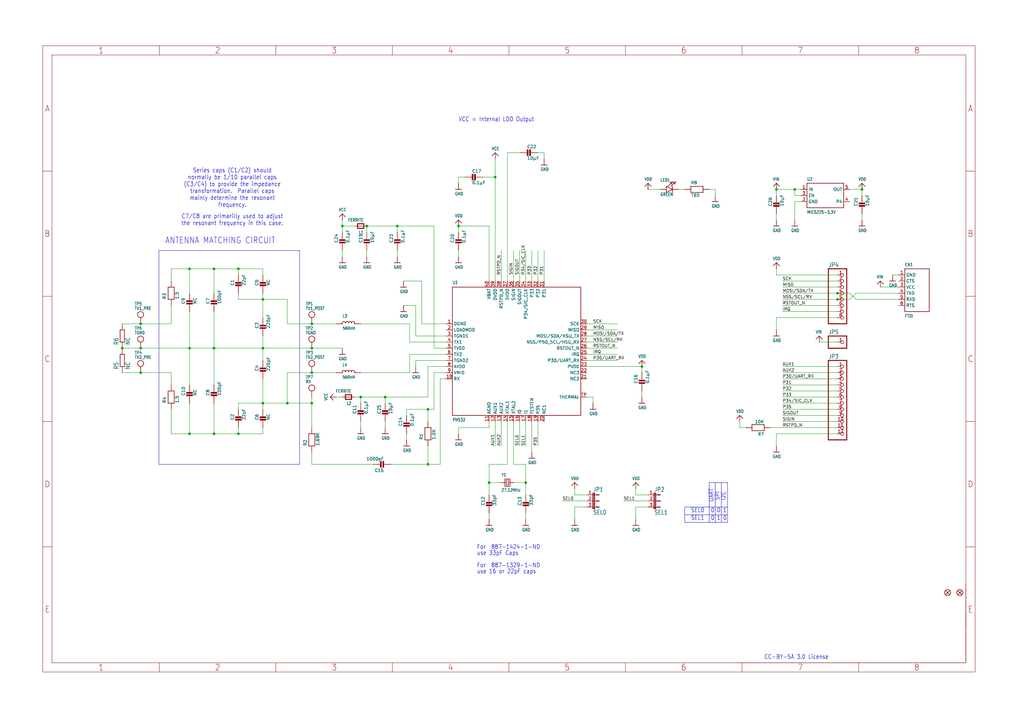
<source format=kicad_sch>
(kicad_sch (version 20230121) (generator eeschema)
  (paper "User" 425.45 298.602)
  (junction (at 330.2 78.74))
  (junction (at 218.44 200.66))
  (junction (at 149.86 165.1))
  (junction (at 99.06 180.34))
  (junction (at 78.74 111.76))
  (junction (at 177.8 170.18))
  (junction (at 129.54 134.62))
  (junction (at 160.02 165.1))
  (junction (at 58.42 144.78))
  (junction (at 152.4 93.98))
  (junction (at 88.9 144.78))
  (junction (at 203.2 200.66))
  (junction (at 165.1 93.98))
  (junction (at 99.06 111.76))
  (junction (at 129.54 167.64))
  (junction (at 322.58 78.74))
  (junction (at 109.22 124.46))
  (junction (at 358.14 78.74))
  (junction (at 50.8 144.78))
  (junction (at 129.54 144.78))
  (junction (at 119.38 167.64))
  (junction (at 142.24 93.98))
  (junction (at 78.74 180.34))
  (junction (at 58.42 134.62))
  (junction (at 266.7 152.4))
  (junction (at 190.5 93.98))
  (junction (at 129.54 154.94))
  (junction (at 177.8 193.04))
  (junction (at 78.74 144.78))
  (junction (at 347.98 124.46))
  (junction (at 205.74 73.66))
  (junction (at 88.9 180.34))
  (junction (at 109.22 167.64))
  (junction (at 109.22 144.78))
  (junction (at 58.42 154.94))
  (junction (at 88.9 111.76))
  (junction (at 347.98 121.92))
  (wire (pts (xy 353.06 78.74) (xy 358.14 78.74)) (stroke (width 0.1524)))
  (wire (pts (xy 78.74 167.64) (xy 78.74 180.34)) (stroke (width 0.1524)))
  (wire (pts (xy 190.5 73.66) (xy 190.5 76.2)) (stroke (width 0.1524)))
  (wire (pts (xy 218.44 193.04) (xy 218.44 200.66)) (stroke (width 0.1524)))
  (wire (pts (xy 203.2 175.26) (xy 203.2 177.8)) (stroke (width 0.1524)))
  (wire (pts (xy 322.58 132.08) (xy 322.58 137.16)) (stroke (width 0.1524)))
  (polyline (pts (xy 66.04 193.04) (xy 66.04 104.14)) (stroke (width 0.1524) (type solid)))
  (wire (pts (xy 119.38 134.62) (xy 129.54 134.62)) (stroke (width 0.1524)))
  (wire (pts (xy 205.74 175.26) (xy 205.74 185.42)) (stroke (width 0.1524)))
  (wire (pts (xy 190.5 104.14) (xy 190.5 106.68)) (stroke (width 0.1524)))
  (wire (pts (xy 238.76 205.74) (xy 238.76 203.2)) (stroke (width 0.1524)))
  (wire (pts (xy 165.1 96.52) (xy 165.1 93.98)) (stroke (width 0.1524)))
  (wire (pts (xy 185.42 152.4) (xy 177.8 152.4)) (stroke (width 0.1524)))
  (wire (pts (xy 88.9 111.76) (xy 88.9 121.92)) (stroke (width 0.1524)))
  (polyline (pts (xy 284.48 213.995) (xy 302.26 213.995)) (stroke (width 0.1524) (type solid)))
  (polyline (pts (xy 297.18 200.66) (xy 297.18 217.17)) (stroke (width 0.1524) (type solid)))
  (wire (pts (xy 109.22 177.8) (xy 109.22 180.34)) (stroke (width 0.1524)))
  (wire (pts (xy 185.42 134.62) (xy 175.26 134.62)) (stroke (width 0.1524)))
  (wire (pts (xy 149.86 175.26) (xy 149.86 177.8)) (stroke (width 0.1524)))
  (wire (pts (xy 330.2 81.28) (xy 330.2 78.74)) (stroke (width 0.1524)))
  (wire (pts (xy 347.98 180.34) (xy 322.58 180.34)) (stroke (width 0.1524)))
  (wire (pts (xy 322.58 114.3) (xy 347.98 114.3)) (stroke (width 0.1524)))
  (wire (pts (xy 243.84 152.4) (xy 266.7 152.4)) (stroke (width 0.1524)))
  (wire (pts (xy 322.58 180.34) (xy 322.58 185.42)) (stroke (width 0.1524)))
  (wire (pts (xy 355.6 124.46) (xy 353.06 121.92)) (stroke (width 0.1524)))
  (wire (pts (xy 220.98 175.26) (xy 220.98 187.96)) (stroke (width 0.1524)))
  (wire (pts (xy 129.54 167.64) (xy 119.38 167.64)) (stroke (width 0.1524)))
  (wire (pts (xy 213.36 116.84) (xy 213.36 104.14)) (stroke (width 0.1524)))
  (polyline (pts (xy 299.72 200.66) (xy 297.18 200.66)) (stroke (width 0.1524) (type solid)))
  (wire (pts (xy 170.18 154.94) (xy 170.18 147.32)) (stroke (width 0.1524)))
  (wire (pts (xy 172.72 149.86) (xy 172.72 152.4)) (stroke (width 0.1524)))
  (wire (pts (xy 185.42 144.78) (xy 180.34 144.78)) (stroke (width 0.1524)))
  (polyline (pts (xy 299.72 217.17) (xy 302.26 217.17)) (stroke (width 0.1524) (type solid)))
  (wire (pts (xy 193.04 73.66) (xy 190.5 73.66)) (stroke (width 0.1524)))
  (wire (pts (xy 182.88 193.04) (xy 177.8 193.04)) (stroke (width 0.1524)))
  (wire (pts (xy 373.38 121.92) (xy 355.6 121.92)) (stroke (width 0.1524)))
  (polyline (pts (xy 124.46 193.04) (xy 66.04 193.04)) (stroke (width 0.1524) (type solid)))
  (wire (pts (xy 165.1 106.68) (xy 165.1 104.14)) (stroke (width 0.1524)))
  (wire (pts (xy 347.98 119.38) (xy 325.12 119.38)) (stroke (width 0.1524)))
  (wire (pts (xy 170.18 147.32) (xy 185.42 147.32)) (stroke (width 0.1524)))
  (wire (pts (xy 269.24 210.82) (xy 264.16 210.82)) (stroke (width 0.1524)))
  (wire (pts (xy 264.16 205.74) (xy 264.16 203.2)) (stroke (width 0.1524)))
  (wire (pts (xy 160.02 165.1) (xy 149.86 165.1)) (stroke (width 0.1524)))
  (wire (pts (xy 353.06 124.46) (xy 347.98 124.46)) (stroke (width 0.1524)))
  (wire (pts (xy 149.86 165.1) (xy 149.86 167.64)) (stroke (width 0.1524)))
  (wire (pts (xy 243.84 165.1) (xy 246.38 165.1)) (stroke (width 0.1524)))
  (wire (pts (xy 78.74 129.54) (xy 78.74 144.78)) (stroke (width 0.1524)))
  (wire (pts (xy 99.06 111.76) (xy 99.06 114.3)) (stroke (width 0.1524)))
  (wire (pts (xy 71.12 134.62) (xy 71.12 127)) (stroke (width 0.1524)))
  (wire (pts (xy 203.2 177.8) (xy 190.5 177.8)) (stroke (width 0.1524)))
  (wire (pts (xy 358.14 88.9) (xy 358.14 91.44)) (stroke (width 0.1524)))
  (wire (pts (xy 347.98 175.26) (xy 325.12 175.26)) (stroke (width 0.1524)))
  (wire (pts (xy 99.06 180.34) (xy 99.06 177.8)) (stroke (width 0.1524)))
  (wire (pts (xy 355.6 121.92) (xy 353.06 124.46)) (stroke (width 0.1524)))
  (wire (pts (xy 58.42 144.78) (xy 78.74 144.78)) (stroke (width 0.1524)))
  (polyline (pts (xy 302.26 213.995) (xy 302.26 217.17)) (stroke (width 0.1524) (type solid)))
  (wire (pts (xy 203.2 205.74) (xy 203.2 200.66)) (stroke (width 0.1524)))
  (polyline (pts (xy 294.64 217.17) (xy 297.18 217.17)) (stroke (width 0.1524) (type solid)))
  (wire (pts (xy 99.06 170.18) (xy 99.06 167.64)) (stroke (width 0.1524)))
  (wire (pts (xy 129.54 193.04) (xy 129.54 187.96)) (stroke (width 0.1524)))
  (wire (pts (xy 347.98 127) (xy 325.12 127)) (stroke (width 0.1524)))
  (wire (pts (xy 99.06 111.76) (xy 88.9 111.76)) (stroke (width 0.1524)))
  (polyline (pts (xy 284.48 210.82) (xy 284.48 213.995)) (stroke (width 0.1524) (type solid)))
  (wire (pts (xy 71.12 116.84) (xy 71.12 111.76)) (stroke (width 0.1524)))
  (wire (pts (xy 147.32 165.1) (xy 149.86 165.1)) (stroke (width 0.1524)))
  (wire (pts (xy 109.22 124.46) (xy 119.38 124.46)) (stroke (width 0.1524)))
  (wire (pts (xy 177.8 170.18) (xy 168.91 170.18)) (stroke (width 0.1524)))
  (wire (pts (xy 243.84 137.16) (xy 256.54 137.16)) (stroke (width 0.1524)))
  (wire (pts (xy 149.86 134.62) (xy 170.18 134.62)) (stroke (width 0.1524)))
  (wire (pts (xy 213.36 193.04) (xy 218.44 193.04)) (stroke (width 0.1524)))
  (wire (pts (xy 347.98 152.4) (xy 325.12 152.4)) (stroke (width 0.1524)))
  (wire (pts (xy 99.06 124.46) (xy 99.06 121.92)) (stroke (width 0.1524)))
  (wire (pts (xy 218.44 213.36) (xy 218.44 215.9)) (stroke (width 0.1524)))
  (wire (pts (xy 347.98 129.54) (xy 325.12 129.54)) (stroke (width 0.1524)))
  (wire (pts (xy 200.66 73.66) (xy 205.74 73.66)) (stroke (width 0.1524)))
  (wire (pts (xy 243.84 142.24) (xy 256.54 142.24)) (stroke (width 0.1524)))
  (wire (pts (xy 129.54 144.78) (xy 142.24 144.78)) (stroke (width 0.1524)))
  (wire (pts (xy 78.74 111.76) (xy 71.12 111.76)) (stroke (width 0.1524)))
  (wire (pts (xy 264.16 210.82) (xy 264.16 215.9)) (stroke (width 0.1524)))
  (wire (pts (xy 210.82 116.84) (xy 210.82 63.5)) (stroke (width 0.1524)))
  (polyline (pts (xy 284.48 213.995) (xy 284.48 217.17)) (stroke (width 0.1524) (type solid)))
  (wire (pts (xy 347.98 157.48) (xy 325.12 157.48)) (stroke (width 0.1524)))
  (wire (pts (xy 154.94 193.04) (xy 129.54 193.04)) (stroke (width 0.1524)))
  (polyline (pts (xy 299.72 200.66) (xy 299.72 217.17)) (stroke (width 0.1524) (type solid)))
  (wire (pts (xy 129.54 154.94) (xy 139.7 154.94)) (stroke (width 0.1524)))
  (wire (pts (xy 160.02 177.8) (xy 160.02 175.26)) (stroke (width 0.1524)))
  (wire (pts (xy 109.22 149.86) (xy 109.22 144.78)) (stroke (width 0.1524)))
  (wire (pts (xy 109.22 124.46) (xy 109.22 132.08)) (stroke (width 0.1524)))
  (wire (pts (xy 142.24 93.98) (xy 142.24 96.52)) (stroke (width 0.1524)))
  (wire (pts (xy 152.4 104.14) (xy 152.4 106.68)) (stroke (width 0.1524)))
  (wire (pts (xy 190.5 177.8) (xy 190.5 180.34)) (stroke (width 0.1524)))
  (wire (pts (xy 243.84 139.7) (xy 256.54 139.7)) (stroke (width 0.1524)))
  (wire (pts (xy 190.5 93.98) (xy 190.5 96.52)) (stroke (width 0.1524)))
  (wire (pts (xy 58.42 154.94) (xy 71.12 154.94)) (stroke (width 0.1524)))
  (wire (pts (xy 109.22 157.48) (xy 109.22 167.64)) (stroke (width 0.1524)))
  (wire (pts (xy 58.42 134.62) (xy 50.8 134.62)) (stroke (width 0.1524)))
  (wire (pts (xy 109.22 111.76) (xy 99.06 111.76)) (stroke (width 0.1524)))
  (wire (pts (xy 205.74 73.66) (xy 205.74 66.04)) (stroke (width 0.1524)))
  (wire (pts (xy 215.9 175.26) (xy 215.9 185.42)) (stroke (width 0.1524)))
  (polyline (pts (xy 297.18 200.66) (xy 294.64 200.66)) (stroke (width 0.1524) (type solid)))
  (wire (pts (xy 347.98 142.24) (xy 340.36 142.24)) (stroke (width 0.1524)))
  (wire (pts (xy 208.28 175.26) (xy 208.28 185.42)) (stroke (width 0.1524)))
  (wire (pts (xy 88.9 144.78) (xy 109.22 144.78)) (stroke (width 0.1524)))
  (wire (pts (xy 109.22 114.3) (xy 109.22 111.76)) (stroke (width 0.1524)))
  (wire (pts (xy 347.98 162.56) (xy 325.12 162.56)) (stroke (width 0.1524)))
  (wire (pts (xy 266.7 162.56) (xy 266.7 165.1)) (stroke (width 0.1524)))
  (wire (pts (xy 71.12 160.02) (xy 71.12 154.94)) (stroke (width 0.1524)))
  (wire (pts (xy 71.12 180.34) (xy 71.12 170.18)) (stroke (width 0.1524)))
  (wire (pts (xy 220.98 116.84) (xy 220.98 104.14)) (stroke (width 0.1524)))
  (wire (pts (xy 353.06 121.92) (xy 347.98 121.92)) (stroke (width 0.1524)))
  (wire (pts (xy 99.06 167.64) (xy 109.22 167.64)) (stroke (width 0.1524)))
  (wire (pts (xy 294.64 78.74) (xy 297.18 78.74)) (stroke (width 0.1524)))
  (wire (pts (xy 332.74 78.74) (xy 330.2 78.74)) (stroke (width 0.1524)))
  (wire (pts (xy 88.9 167.64) (xy 88.9 180.34)) (stroke (width 0.1524)))
  (wire (pts (xy 88.9 111.76) (xy 78.74 111.76)) (stroke (width 0.1524)))
  (wire (pts (xy 266.7 152.4) (xy 266.7 154.94)) (stroke (width 0.1524)))
  (wire (pts (xy 213.36 175.26) (xy 213.36 193.04)) (stroke (width 0.1524)))
  (wire (pts (xy 78.74 180.34) (xy 88.9 180.34)) (stroke (width 0.1524)))
  (polyline (pts (xy 302.26 200.66) (xy 302.26 210.82)) (stroke (width 0.1524) (type solid)))
  (wire (pts (xy 119.38 154.94) (xy 129.54 154.94)) (stroke (width 0.1524)))
  (wire (pts (xy 119.38 124.46) (xy 119.38 134.62)) (stroke (width 0.1524)))
  (wire (pts (xy 210.82 175.26) (xy 210.82 193.04)) (stroke (width 0.1524)))
  (wire (pts (xy 139.7 165.1) (xy 142.24 165.1)) (stroke (width 0.1524)))
  (wire (pts (xy 243.84 205.74) (xy 238.76 205.74)) (stroke (width 0.1524)))
  (wire (pts (xy 177.8 165.1) (xy 160.02 165.1)) (stroke (width 0.1524)))
  (wire (pts (xy 109.22 167.64) (xy 119.38 167.64)) (stroke (width 0.1524)))
  (wire (pts (xy 142.24 91.44) (xy 142.24 93.98)) (stroke (width 0.1524)))
  (wire (pts (xy 223.52 175.26) (xy 223.52 185.42)) (stroke (width 0.1524)))
  (wire (pts (xy 88.9 129.54) (xy 88.9 144.78)) (stroke (width 0.1524)))
  (wire (pts (xy 71.12 134.62) (xy 58.42 134.62)) (stroke (width 0.1524)))
  (wire (pts (xy 50.8 144.78) (xy 58.42 144.78)) (stroke (width 0.1524)))
  (wire (pts (xy 347.98 132.08) (xy 322.58 132.08)) (stroke (width 0.1524)))
  (wire (pts (xy 180.34 154.94) (xy 180.34 170.18)) (stroke (width 0.1524)))
  (wire (pts (xy 309.88 177.8) (xy 307.34 177.8)) (stroke (width 0.1524)))
  (wire (pts (xy 180.34 170.18) (xy 177.8 170.18)) (stroke (width 0.1524)))
  (wire (pts (xy 175.26 116.84) (xy 167.64 116.84)) (stroke (width 0.1524)))
  (polyline (pts (xy 284.48 210.82) (xy 302.26 210.82)) (stroke (width 0.1524) (type solid)))
  (wire (pts (xy 170.18 142.24) (xy 185.42 142.24)) (stroke (width 0.1524)))
  (wire (pts (xy 347.98 154.94) (xy 325.12 154.94)) (stroke (width 0.1524)))
  (wire (pts (xy 175.26 134.62) (xy 175.26 116.84)) (stroke (width 0.1524)))
  (polyline (pts (xy 284.48 217.17) (xy 294.64 217.17)) (stroke (width 0.1524) (type solid)))
  (wire (pts (xy 347.98 172.72) (xy 325.12 172.72)) (stroke (width 0.1524)))
  (wire (pts (xy 332.74 83.82) (xy 330.2 83.82)) (stroke (width 0.1524)))
  (wire (pts (xy 243.84 149.86) (xy 256.54 149.86)) (stroke (width 0.1524)))
  (wire (pts (xy 185.42 149.86) (xy 172.72 149.86)) (stroke (width 0.1524)))
  (wire (pts (xy 330.2 78.74) (xy 322.58 78.74)) (stroke (width 0.1524)))
  (wire (pts (xy 109.22 167.64) (xy 109.22 170.18)) (stroke (width 0.1524)))
  (wire (pts (xy 269.24 78.74) (xy 274.32 78.74)) (stroke (width 0.1524)))
  (wire (pts (xy 177.8 185.42) (xy 177.8 193.04)) (stroke (width 0.1524)))
  (wire (pts (xy 142.24 106.68) (xy 142.24 104.14)) (stroke (width 0.1524)))
  (wire (pts (xy 330.2 83.82) (xy 330.2 91.44)) (stroke (width 0.1524)))
  (wire (pts (xy 147.32 93.98) (xy 142.24 93.98)) (stroke (width 0.1524)))
  (wire (pts (xy 182.88 157.48) (xy 182.88 193.04)) (stroke (width 0.1524)))
  (wire (pts (xy 203.2 213.36) (xy 203.2 215.9)) (stroke (width 0.1524)))
  (wire (pts (xy 347.98 165.1) (xy 325.12 165.1)) (stroke (width 0.1524)))
  (wire (pts (xy 109.22 121.92) (xy 109.22 124.46)) (stroke (width 0.1524)))
  (wire (pts (xy 322.58 114.3) (xy 322.58 111.76)) (stroke (width 0.1524)))
  (wire (pts (xy 172.72 127) (xy 167.64 127)) (stroke (width 0.1524)))
  (wire (pts (xy 88.9 180.34) (xy 99.06 180.34)) (stroke (width 0.1524)))
  (wire (pts (xy 203.2 93.98) (xy 190.5 93.98)) (stroke (width 0.1524)))
  (wire (pts (xy 246.38 165.1) (xy 246.38 167.64)) (stroke (width 0.1524)))
  (wire (pts (xy 180.34 93.98) (xy 165.1 93.98)) (stroke (width 0.1524)))
  (wire (pts (xy 238.76 210.82) (xy 238.76 215.9)) (stroke (width 0.1524)))
  (wire (pts (xy 243.84 134.62) (xy 256.54 134.62)) (stroke (width 0.1524)))
  (wire (pts (xy 347.98 121.92) (xy 325.12 121.92)) (stroke (width 0.1524)))
  (wire (pts (xy 322.58 88.9) (xy 322.58 91.44)) (stroke (width 0.1524)))
  (wire (pts (xy 129.54 177.8) (xy 129.54 167.64)) (stroke (width 0.1524)))
  (wire (pts (xy 177.8 193.04) (xy 162.56 193.04)) (stroke (width 0.1524)))
  (wire (pts (xy 226.06 116.84) (xy 226.06 104.14)) (stroke (width 0.1524)))
  (wire (pts (xy 88.9 160.02) (xy 88.9 144.78)) (stroke (width 0.1524)))
  (wire (pts (xy 347.98 167.64) (xy 325.12 167.64)) (stroke (width 0.1524)))
  (wire (pts (xy 210.82 193.04) (xy 203.2 193.04)) (stroke (width 0.1524)))
  (wire (pts (xy 168.91 180.34) (xy 168.91 182.88)) (stroke (width 0.1524)))
  (wire (pts (xy 269.24 208.28) (xy 259.08 208.28)) (stroke (width 0.1524)))
  (wire (pts (xy 347.98 177.8) (xy 320.04 177.8)) (stroke (width 0.1524)))
  (wire (pts (xy 180.34 144.78) (xy 180.34 93.98)) (stroke (width 0.1524)))
  (wire (pts (xy 149.86 154.94) (xy 170.18 154.94)) (stroke (width 0.1524)))
  (wire (pts (xy 109.22 124.46) (xy 99.06 124.46)) (stroke (width 0.1524)))
  (wire (pts (xy 373.38 119.38) (xy 365.76 119.38)) (stroke (width 0.1524)))
  (wire (pts (xy 223.52 116.84) (xy 223.52 104.14)) (stroke (width 0.1524)))
  (polyline (pts (xy 294.64 200.66) (xy 294.64 217.17)) (stroke (width 0.1524) (type solid)))
  (wire (pts (xy 213.36 200.66) (xy 218.44 200.66)) (stroke (width 0.1524)))
  (wire (pts (xy 347.98 170.18) (xy 325.12 170.18)) (stroke (width 0.1524)))
  (wire (pts (xy 119.38 167.64) (xy 119.38 154.94)) (stroke (width 0.1524)))
  (polyline (pts (xy 124.46 104.14) (xy 124.46 193.04)) (stroke (width 0.1524) (type solid)))
  (wire (pts (xy 78.74 144.78) (xy 88.9 144.78)) (stroke (width 0.1524)))
  (wire (pts (xy 172.72 139.7) (xy 172.72 127)) (stroke (width 0.1524)))
  (wire (pts (xy 71.12 180.34) (xy 78.74 180.34)) (stroke (width 0.1524)))
  (wire (pts (xy 177.8 170.18) (xy 177.8 175.26)) (stroke (width 0.1524)))
  (polyline (pts (xy 297.18 217.17) (xy 299.72 217.17)) (stroke (width 0.1524) (type solid)))
  (wire (pts (xy 210.82 63.5) (xy 215.9 63.5)) (stroke (width 0.1524)))
  (wire (pts (xy 78.74 111.76) (xy 78.74 121.92)) (stroke (width 0.1524)))
  (wire (pts (xy 109.22 144.78) (xy 129.54 144.78)) (stroke (width 0.1524)))
  (wire (pts (xy 307.34 177.8) (xy 307.34 175.26)) (stroke (width 0.1524)))
  (wire (pts (xy 347.98 116.84) (xy 325.12 116.84)) (stroke (width 0.1524)))
  (wire (pts (xy 208.28 116.84) (xy 208.28 104.14)) (stroke (width 0.1524)))
  (wire (pts (xy 243.84 144.78) (xy 256.54 144.78)) (stroke (width 0.1524)))
  (wire (pts (xy 109.22 139.7) (xy 109.22 144.78)) (stroke (width 0.1524)))
  (wire (pts (xy 165.1 93.98) (xy 152.4 93.98)) (stroke (width 0.1524)))
  (wire (pts (xy 218.44 175.26) (xy 218.44 185.42)) (stroke (width 0.1524)))
  (wire (pts (xy 269.24 205.74) (xy 264.16 205.74)) (stroke (width 0.1524)))
  (wire (pts (xy 203.2 200.66) (xy 208.28 200.66)) (stroke (width 0.1524)))
  (wire (pts (xy 185.42 157.48) (xy 182.88 157.48)) (stroke (width 0.1524)))
  (wire (pts (xy 243.84 210.82) (xy 238.76 210.82)) (stroke (width 0.1524)))
  (wire (pts (xy 226.06 63.5) (xy 226.06 66.04)) (stroke (width 0.1524)))
  (wire (pts (xy 185.42 154.94) (xy 180.34 154.94)) (stroke (width 0.1524)))
  (wire (pts (xy 168.91 170.18) (xy 168.91 172.72)) (stroke (width 0.1524)))
  (wire (pts (xy 218.44 116.84) (xy 218.44 104.14)) (stroke (width 0.1524)))
  (wire (pts (xy 332.74 81.28) (xy 330.2 81.28)) (stroke (width 0.1524)))
  (polyline (pts (xy 302.26 210.82) (xy 302.26 213.995)) (stroke (width 0.1524) (type solid)))
  (wire (pts (xy 203.2 193.04) (xy 203.2 200.66)) (stroke (width 0.1524)))
  (wire (pts (xy 218.44 200.66) (xy 218.44 205.74)) (stroke (width 0.1524)))
  (wire (pts (xy 322.58 78.74) (xy 322.58 81.28)) (stroke (width 0.1524)))
  (wire (pts (xy 99.06 180.34) (xy 109.22 180.34)) (stroke (width 0.1524)))
  (wire (pts (xy 297.18 78.74) (xy 297.18 81.28)) (stroke (width 0.1524)))
  (wire (pts (xy 78.74 160.02) (xy 78.74 144.78)) (stroke (width 0.1524)))
  (wire (pts (xy 215.9 116.84) (xy 215.9 104.14)) (stroke (width 0.1524)))
  (wire (pts (xy 129.54 134.62) (xy 139.7 134.62)) (stroke (width 0.1524)))
  (wire (pts (xy 358.14 81.28) (xy 358.14 78.74)) (stroke (width 0.1524)))
  (wire (pts (xy 223.52 63.5) (xy 226.06 63.5)) (stroke (width 0.1524)))
  (wire (pts (xy 373.38 114.3) (xy 370.84 114.3)) (stroke (width 0.1524)))
  (wire (pts (xy 50.8 154.94) (xy 58.42 154.94)) (stroke (width 0.1524)))
  (wire (pts (xy 170.18 134.62) (xy 170.18 142.24)) (stroke (width 0.1524)))
  (wire (pts (xy 160.02 165.1) (xy 160.02 167.64)) (stroke (width 0.1524)))
  (wire (pts (xy 203.2 116.84) (xy 203.2 93.98)) (stroke (width 0.1524)))
  (wire (pts (xy 185.42 139.7) (xy 172.72 139.7)) (stroke (width 0.1524)))
  (wire (pts (xy 347.98 160.02) (xy 325.12 160.02)) (stroke (width 0.1524)))
  (polyline (pts (xy 66.04 104.14) (xy 124.46 104.14)) (stroke (width 0.1524) (type solid)))
  (wire (pts (xy 243.84 147.32) (xy 256.54 147.32)) (stroke (width 0.1524)))
  (wire (pts (xy 347.98 124.46) (xy 325.12 124.46)) (stroke (width 0.1524)))
  (polyline (pts (xy 302.26 200.66) (xy 299.72 200.66)) (stroke (width 0.1524) (type solid)))
  (wire (pts (xy 152.4 96.52) (xy 152.4 93.98)) (stroke (width 0.1524)))
  (wire (pts (xy 281.94 78.74) (xy 284.48 78.74)) (stroke (width 0.1524)))
  (wire (pts (xy 177.8 152.4) (xy 177.8 165.1)) (stroke (width 0.1524)))
  (wire (pts (xy 243.84 208.28) (xy 233.68 208.28)) (stroke (width 0.1524)))
  (wire (pts (xy 129.54 167.64) (xy 129.54 165.1)) (stroke (width 0.1524)))
  (wire (pts (xy 373.38 124.46) (xy 355.6 124.46)) (stroke (width 0.1524)))
  (wire (pts (xy 205.74 116.84) (xy 205.74 73.66)) (stroke (width 0.1524)))
  (text "0" (at 300.355 216.535 0) (effects (font (size 1.778 1.5113)) (justify left bottom)))
  (text "For  887-1424-1-ND" (at 198.12 228.6 0) (effects (font (size 1.778 1.5113)) (justify left bottom)))
  (text "ANTENNA MATCHING CIRCUIT" (at 68.58 101.6 0) (effects (font (size 2.54 2.159)) (justify left bottom)))
  (text "For  887-1329-1-ND" (at 198.12 236.22 0) (effects (font (size 1.778 1.5113)) (justify left bottom)))
  (text "I2C" (at 301.625 208.28 90) (effects (font (size 1.778 1.5113)) (justify left bottom)))
  (text "Series caps (C1/C2) should\nnormally be 1/10 parallel caps\n(C3/C4) to provide the impedance\ntransformation.  Parallel caps\nmainly determine the resonant\nfrequency." (at 96.52 86.36 0) (effects (font (size 1.778 1.5113)) (justify bottom)))
  (text "0" (at 295.275 213.36 0) (effects (font (size 1.778 1.5113)) (justify left bottom)))
  (text "0" (at 297.815 213.36 0) (effects (font (size 1.778 1.5113)) (justify left bottom)))
  (text "VCC = Internal LDO Output" (at 190.5 50.8 0) (effects (font (size 1.778 1.5113)) (justify left bottom)))
  (text "SEL0" (at 287.02 213.36 0) (effects (font (size 1.778 1.5113)) (justify left bottom)))
  (text "1" (at 297.815 216.535 0) (effects (font (size 1.778 1.5113)) (justify left bottom)))
  (text "CC-BY-SA 3.0 License" (at 317.5 274.32 0) (effects (font (size 1.778 1.5113)) (justify left bottom)))
  (text "SPI" (at 299.085 208.28 90) (effects (font (size 1.778 1.5113)) (justify left bottom)))
  (text "use 16 or 22pF caps" (at 198.12 238.76 0) (effects (font (size 1.778 1.5113)) (justify left bottom)))
  (text "1" (at 300.355 213.36 0) (effects (font (size 1.778 1.5113)) (justify left bottom)))
  (text "0" (at 295.275 216.535 0) (effects (font (size 1.778 1.5113)) (justify left bottom)))
  (text "use 33pF Caps" (at 198.12 231.14 0) (effects (font (size 1.778 1.5113)) (justify left bottom)))
  (text "C7/C8 are primarilly used to adjust\nthe resonant frequency in this case." (at 96.52 93.98 0) (effects (font (size 1.778 1.5113)) (justify bottom)))
  (text "SEL1" (at 287.02 216.535 0) (effects (font (size 1.778 1.5113)) (justify left bottom)))
  (text "UART" (at 296.545 208.915 90) (effects (font (size 1.778 1.5113)) (justify left bottom)))
  (label "MOSI/SDA/TX" (at 325.12 121.92 0) (effects (font (size 1.2446 1.2446))))
  (label "P30/UART_RX" (at 325.12 157.48 0) (effects (font (size 1.2446 1.2446))))
  (label "SEL0" (at 215.9 185.42 90) (effects (font (size 1.2446 1.2446))))
  (label "AUX1" (at 205.74 185.42 90) (effects (font (size 1.2446 1.2446))))
  (label "P32" (at 223.52 114.3 90) (effects (font (size 1.2446 1.2446))))
  (label "P35" (at 223.52 185.42 90) (effects (font (size 1.2446 1.2446))))
  (label "MISO" (at 246.38 137.16 0) (effects (font (size 1.2446 1.2446))))
  (label "AUX2" (at 208.28 185.42 90) (effects (font (size 1.2446 1.2446))))
  (label "SCK" (at 246.38 134.62 0) (effects (font (size 1.2446 1.2446))))
  (label "MOSI/SDA/TX" (at 246.38 139.7 0) (effects (font (size 1.2446 1.2446))))
  (label "SIGIN" (at 213.36 114.3 90) (effects (font (size 1.2446 1.2446))))
  (label "P34/SIC_CLK" (at 325.12 167.64 0) (effects (font (size 1.2446 1.2446))))
  (label "AUX1" (at 325.12 152.4 0) (effects (font (size 1.2446 1.2446))))
  (label "MISO" (at 325.12 119.38 0) (effects (font (size 1.2446 1.2446))))
  (label "SIGIN" (at 325.12 175.26 0) (effects (font (size 1.2446 1.2446))))
  (label "RSTOUT_N" (at 246.38 144.78 0) (effects (font (size 1.2446 1.2446))))
  (label "NSS/SCL/RX" (at 246.38 142.24 0) (effects (font (size 1.2446 1.2446))))
  (label "SEL0" (at 233.68 208.28 0) (effects (font (size 1.2446 1.2446))))
  (label "RSTPD_N" (at 208.28 114.3 90) (effects (font (size 1.2446 1.2446))))
  (label "P30/UART_RX" (at 246.38 149.86 0) (effects (font (size 1.2446 1.2446))))
  (label "P35" (at 325.12 170.18 0) (effects (font (size 1.2446 1.2446))))
  (label "P33" (at 325.12 165.1 0) (effects (font (size 1.2446 1.2446))))
  (label "P34/SIC_CLK" (at 218.44 114.3 90) (effects (font (size 1.2446 1.2446))))
  (label "P32" (at 325.12 162.56 0) (effects (font (size 1.2446 1.2446))))
  (label "SEL1" (at 259.08 208.28 0) (effects (font (size 1.2446 1.2446))))
  (label "SIGOUT" (at 215.9 114.3 90) (effects (font (size 1.2446 1.2446))))
  (label "RSTPD_N" (at 325.12 177.8 0) (effects (font (size 1.2446 1.2446))))
  (label "IRQ" (at 325.12 129.54 0) (effects (font (size 1.2446 1.2446))))
  (label "SEL1" (at 218.44 185.42 90) (effects (font (size 1.2446 1.2446))))
  (label "AUX2" (at 325.12 154.94 0) (effects (font (size 1.2446 1.2446))))
  (label "P33" (at 220.98 114.3 90) (effects (font (size 1.2446 1.2446))))
  (label "P31" (at 325.12 160.02 0) (effects (font (size 1.2446 1.2446))))
  (label "NSS/SCL/RX" (at 325.12 124.46 0) (effects (font (size 1.2446 1.2446))))
  (label "SIGOUT" (at 325.12 172.72 0) (effects (font (size 1.2446 1.2446))))
  (label "IRQ" (at 246.38 147.32 0) (effects (font (size 1.2446 1.2446))))
  (label "RSTOUT_N" (at 325.12 127 0) (effects (font (size 1.2446 1.2446))))
  (label "P31" (at 226.06 114.3 90) (effects (font (size 1.2446 1.2446))))
  (label "SCK" (at 325.12 116.84 0) (effects (font (size 1.2446 1.2446))))
  (symbol (lib_id "working-eagle-import:CAP_CERAMIC0805-NOOUTLINE") (at 358.14 86.36 0) (unit 1)
    (property "Reference" "C21" (at 356.35 85.82 90) (effects (justify left bottom)))
    (property "Value" "10µF" (at 361.14 85.82 90) (effects (justify left bottom)))
    (property "Footprint" "working:0805-NO" (effects hide))
  )
  (symbol (lib_id "working-eagle-import:RESISTOR0805_NOOUTLINE") (at 71.12 165.1 90) (unit 1)
    (property "Reference" "R4" (at 69.088 167.64 0) (effects (justify left bottom)))
    (property "Value" "1.5" (at 74.295 167.64 0) (effects (justify left bottom)))
    (property "Footprint" "working:0805-NO" (effects hide))
  )
  (symbol (lib_id "working-eagle-import:TESTPOINTROUND1MM") (at 58.42 154.94 0) (unit 1)
    (property "Reference" "TP4" (at 55.88 147.32 0) (effects (font (size 1.27 1.0795)) (justify left bottom)))
    (property "Value" "TX2_PRE" (at 55.88 149.225 0) (effects (font (size 1.27 1.0795)) (justify left bottom)))
    (property "Footprint" "working:TESTPOINT_ROUND_1MM" (effects hide))
  )
  (symbol (lib_id "working-eagle-import:GND") (at 266.7 167.64 0) (unit 1)
    (property "Reference" "#U$20" (effects hide))
    (property "Value" "GND" (at 265.176 170.18 0) (effects (font (size 1.27 1.0795)) (justify left bottom)))
  )
  (symbol (lib_id "working-eagle-import:GND") (at 165.1 109.22 0) (unit 1)
    (property "Reference" "#U$15" (effects hide))
    (property "Value" "GND" (at 163.576 111.76 0) (effects (font (size 1.27 1.0795)) (justify left bottom)))
  )
  (symbol (lib_id "working-eagle-import:CAP_CERAMIC0805-NOOUTLINE") (at 88.9 127 0) (unit 1)
    (property "Reference" "C7" (at 87.11 126.46 90) (effects (justify left bottom)))
    (property "Value" "100pF" (at 91.9 126.46 90) (effects (justify left bottom)))
    (property "Footprint" "working:0805-NO" (effects hide))
  )
  (symbol (lib_id "working-eagle-import:CAP_CERAMIC0805-NOOUTLINE") (at 152.4 101.6 0) (unit 1)
    (property "Reference" "C19" (at 150.61 101.06 90) (effects (justify left bottom)))
    (property "Value" "10µF" (at 155.4 101.06 90) (effects (justify left bottom)))
    (property "Footprint" "working:0805-NO" (effects hide))
  )
  (symbol (lib_id "working-eagle-import:VIN") (at 322.58 76.2 0) (unit 1)
    (property "Reference" "#U$41" (effects hide))
    (property "Value" "VIN" (at 321.056 75.184 0) (effects (font (size 1.27 1.0795)) (justify left bottom)))
  )
  (symbol (lib_id "working-eagle-import:RESISTOR0805_NOOUTLINE") (at 71.12 121.92 90) (unit 1)
    (property "Reference" "R3" (at 69.088 124.46 0) (effects (justify left bottom)))
    (property "Value" "1.5" (at 74.295 124.46 0) (effects (justify left bottom)))
    (property "Footprint" "working:0805-NO" (effects hide))
  )
  (symbol (lib_id "working-eagle-import:GND") (at 142.24 147.32 0) (unit 1)
    (property "Reference" "#U$2" (effects hide))
    (property "Value" "GND" (at 140.716 149.86 0) (effects (font (size 1.27 1.0795)) (justify left bottom)))
  )
  (symbol (lib_id "working-eagle-import:GND") (at 297.18 83.82 0) (unit 1)
    (property "Reference" "#U$27" (effects hide))
    (property "Value" "GND" (at 295.656 86.36 0) (effects (font (size 1.27 1.0795)) (justify left bottom)))
  )
  (symbol (lib_id "working-eagle-import:CAP_CERAMIC0805-NOOUTLINE") (at 203.2 210.82 0) (unit 1)
    (property "Reference" "C12" (at 201.41 210.28 90) (effects (justify left bottom)))
    (property "Value" "33pF" (at 206.2 210.28 90) (effects (justify left bottom)))
    (property "Footprint" "working:0805-NO" (effects hide))
  )
  (symbol (lib_id "working-eagle-import:TESTPOINTROUND1MM") (at 129.54 154.94 0) (unit 1)
    (property "Reference" "TP3" (at 127 147.32 0) (effects (font (size 1.27 1.0795)) (justify left bottom)))
    (property "Value" "TX2_POST" (at 127 149.225 0) (effects (font (size 1.27 1.0795)) (justify left bottom)))
    (property "Footprint" "working:TESTPOINT_ROUND_1MM" (effects hide))
  )
  (symbol (lib_id "working-eagle-import:CAP_CERAMIC0805-NOOUTLINE") (at 142.24 101.6 0) (unit 1)
    (property "Reference" "C24" (at 140.45 101.06 90) (effects (justify left bottom)))
    (property "Value" "0.1µF" (at 145.24 101.06 90) (effects (justify left bottom)))
    (property "Footprint" "working:0805-NO" (effects hide))
  )
  (symbol (lib_id "working-eagle-import:GND") (at 152.4 109.22 0) (unit 1)
    (property "Reference" "#U$28" (effects hide))
    (property "Value" "GND" (at 150.876 111.76 0) (effects (font (size 1.27 1.0795)) (justify left bottom)))
  )
  (symbol (lib_id "working-eagle-import:R-EU_R0201") (at 50.8 139.7 90) (unit 1)
    (property "Reference" "R6" (at 49.3014 143.51 0) (effects (font (size 1.778 1.5113)) (justify left bottom)))
    (property "Value" "NC" (at 54.102 143.51 0) (effects (font (size 1.778 1.5113)) (justify left bottom)))
    (property "Footprint" "working:R0201" (effects hide))
  )
  (symbol (lib_id "working-eagle-import:GND") (at 172.72 154.94 0) (unit 1)
    (property "Reference" "#U$8" (effects hide))
    (property "Value" "GND" (at 171.196 157.48 0) (effects (font (size 1.27 1.0795)) (justify left bottom)))
  )
  (symbol (lib_id "working-eagle-import:RESISTOR0805_NOOUTLINE") (at 177.8 180.34 90) (unit 1)
    (property "Reference" "R1" (at 175.768 182.88 0) (effects (justify left bottom)))
    (property "Value" "1.0K" (at 180.975 182.88 0) (effects (justify left bottom)))
    (property "Footprint" "working:0805-NO" (effects hide))
  )
  (symbol (lib_id "working-eagle-import:CAP_CERAMIC0805-NOOUTLINE") (at 160.02 172.72 0) (unit 1)
    (property "Reference" "C25" (at 158.23 172.18 90) (effects (justify left bottom)))
    (property "Value" "10µF" (at 163.02 172.18 90) (effects (justify left bottom)))
    (property "Footprint" "working:0805-NO" (effects hide))
  )
  (symbol (lib_id "working-eagle-import:CAP_CERAMIC0805-NOOUTLINE") (at 109.22 137.16 0) (unit 1)
    (property "Reference" "C3" (at 107.43 136.62 90) (effects (justify left bottom)))
    (property "Value" "220pF" (at 112.22 136.62 90) (effects (justify left bottom)))
    (property "Footprint" "working:0805-NO" (effects hide))
  )
  (symbol (lib_id "working-eagle-import:HEADER-1X1ROUND") (at 350.52 142.24 0) (unit 1)
    (property "Reference" "JP5" (at 344.17 139.065 0) (effects (font (size 1.778 1.5113)) (justify left bottom)))
    (property "Value" "HEADER-1X1ROUND" (effects hide))
    (property "Footprint" "working:1X01_ROUND" (effects hide))
  )
  (symbol (lib_id "working-eagle-import:FTDIUSBCABLE") (at 383.54 119.38 0) (unit 1)
    (property "Reference" "CN1" (at 375.92 110.744 0) (effects (font (size 1.27 1.0795)) (justify left bottom)))
    (property "Value" "FTDI" (at 375.92 132.08 0) (effects (font (size 1.27 1.0795)) (justify left bottom)))
    (property "Footprint" "working:1X06_ROUND" (effects hide))
  )
  (symbol (lib_id "working-eagle-import:FIDUCIAL1X2.5") (at 398.78 246.38 0) (unit 1)
    (property "Reference" "FID1" (effects hide))
    (property "Value" "FIDUCIAL1X2.5" (effects hide))
    (property "Footprint" "working:FIDUCIAL-1X2.5" (effects hide))
  )
  (symbol (lib_id "working-eagle-import:R-EU_R0201") (at 50.8 149.86 90) (unit 1)
    (property "Reference" "R5" (at 49.3014 153.67 0) (effects (font (size 1.778 1.5113)) (justify left bottom)))
    (property "Value" "NC" (at 54.102 153.67 0) (effects (font (size 1.778 1.5113)) (justify left bottom)))
    (property "Footprint" "working:R0201" (effects hide))
  )
  (symbol (lib_id "working-eagle-import:RESISTOR0805_NOOUTLINE") (at 129.54 182.88 90) (unit 1)
    (property "Reference" "R2" (at 127.508 185.42 0) (effects (justify left bottom)))
    (property "Value" "1.69K" (at 132.715 185.42 0) (effects (justify left bottom)))
    (property "Footprint" "working:0805-NO" (effects hide))
  )
  (symbol (lib_id "working-eagle-import:GND") (at 264.16 218.44 0) (unit 1)
    (property "Reference" "#U$24" (effects hide))
    (property "Value" "GND" (at 262.636 220.98 0) (effects (font (size 1.27 1.0795)) (justify left bottom)))
  )
  (symbol (lib_id "working-eagle-import:CAP_CERAMIC0805-NOOUTLINE") (at 109.22 154.94 0) (unit 1)
    (property "Reference" "C4" (at 107.43 154.4 90) (effects (justify left bottom)))
    (property "Value" "220pF" (at 112.22 154.4 90) (effects (justify left bottom)))
    (property "Footprint" "working:0805-NO" (effects hide))
  )
  (symbol (lib_id "working-eagle-import:VIN") (at 340.36 139.7 0) (unit 1)
    (property "Reference" "#U$49" (effects hide))
    (property "Value" "VIN" (at 338.836 138.684 0) (effects (font (size 1.27 1.0795)) (justify left bottom)))
  )
  (symbol (lib_id "working-eagle-import:CAP_CERAMIC0805-NOOUTLINE") (at 160.02 193.04 90) (unit 1)
    (property "Reference" "C15" (at 159.48 194.83 90) (effects (justify left bottom)))
    (property "Value" "1000pF" (at 159.48 190.04 90) (effects (justify left bottom)))
    (property "Footprint" "working:0805-NO" (effects hide))
  )
  (symbol (lib_id "working-eagle-import:GND") (at 218.44 218.44 0) (unit 1)
    (property "Reference" "#U$14" (effects hide))
    (property "Value" "GND" (at 216.916 220.98 0) (effects (font (size 1.27 1.0795)) (justify left bottom)))
  )
  (symbol (lib_id "working-eagle-import:GND") (at 168.91 185.42 0) (unit 1)
    (property "Reference" "#U$9" (effects hide))
    (property "Value" "GND" (at 167.386 187.96 0) (effects (font (size 1.27 1.0795)) (justify left bottom)))
  )
  (symbol (lib_id "working-eagle-import:GND") (at 370.84 116.84 0) (unit 1)
    (property "Reference" "#U$46" (effects hide))
    (property "Value" "GND" (at 369.316 119.38 0) (effects (font (size 1.27 1.0795)) (justify left bottom)))
  )
  (symbol (lib_id "working-eagle-import:GND") (at 330.2 93.98 0) (unit 1)
    (property "Reference" "#U$42" (effects hide))
    (property "Value" "GND" (at 328.676 96.52 0) (effects (font (size 1.27 1.0795)) (justify left bottom)))
  )
  (symbol (lib_id "working-eagle-import:VCC") (at 137.16 165.1 90) (unit 1)
    (property "Reference" "#P+3" (effects hide))
    (property "Value" "VCC" (at 136.144 166.624 0) (effects (font (size 1.27 1.0795)) (justify left bottom)))
  )
  (symbol (lib_id "working-eagle-import:CAP_CERAMIC0805-NOOUTLINE") (at 109.22 175.26 0) (unit 1)
    (property "Reference" "C6" (at 107.43 174.72 90) (effects (justify left bottom)))
    (property "Value" "NC" (at 112.22 174.72 90) (effects (justify left bottom)))
    (property "Footprint" "working:0805-NO" (effects hide))
  )
  (symbol (lib_id "working-eagle-import:CAP_CERAMIC0805-NOOUTLINE") (at 168.91 177.8 0) (unit 1)
    (property "Reference" "C14" (at 167.12 177.26 90) (effects (justify left bottom)))
    (property "Value" "0.1µF" (at 171.91 177.26 90) (effects (justify left bottom)))
    (property "Footprint" "working:0805-NO" (effects hide))
  )
  (symbol (lib_id "working-eagle-import:VDD") (at 322.58 109.22 0) (unit 1)
    (property "Reference" "#U$47" (effects hide))
    (property "Value" "VDD" (at 321.056 108.204 0) (effects (font (size 1.27 1.0795)) (justify left bottom)))
  )
  (symbol (lib_id "working-eagle-import:CAP_CERAMIC0805-NOOUTLINE") (at 322.58 86.36 0) (unit 1)
    (property "Reference" "C26" (at 320.79 85.82 90) (effects (justify left bottom)))
    (property "Value" "10µF" (at 325.58 85.82 90) (effects (justify left bottom)))
    (property "Footprint" "working:0805-NO" (effects hide))
  )
  (symbol (lib_id "working-eagle-import:GND") (at 238.76 218.44 0) (unit 1)
    (property "Reference" "#U$5" (effects hide))
    (property "Value" "GND" (at 237.236 220.98 0) (effects (font (size 1.27 1.0795)) (justify left bottom)))
  )
  (symbol (lib_id "working-eagle-import:CAP_CERAMIC0805-NOOUTLINE") (at 149.86 172.72 0) (unit 1)
    (property "Reference" "C11" (at 148.07 172.18 90) (effects (justify left bottom)))
    (property "Value" "0.1µF" (at 152.86 172.18 90) (effects (justify left bottom)))
    (property "Footprint" "working:0805-NO" (effects hide))
  )
  (symbol (lib_id "working-eagle-import:GND") (at 246.38 170.18 0) (unit 1)
    (property "Reference" "#U$18" (effects hide))
    (property "Value" "GND" (at 244.856 172.72 0) (effects (font (size 1.27 1.0795)) (justify left bottom)))
  )
  (symbol (lib_id "working-eagle-import:GND") (at 220.98 190.5 0) (unit 1)
    (property "Reference" "#U$17" (effects hide))
    (property "Value" "GND" (at 219.456 193.04 0) (effects (font (size 1.27 1.0795)) (justify left bottom)))
  )
  (symbol (lib_id "working-eagle-import:FRAME_A3") (at 17.78 279.4 0) (unit 1)
    (property "Reference" "#FRAME1" (effects hide))
    (property "Value" "FRAME_A3" (effects hide))
  )
  (symbol (lib_id "working-eagle-import:CAP_CERAMIC0805-NOOUTLINE") (at 109.22 119.38 0) (unit 1)
    (property "Reference" "C5" (at 107.43 118.84 90) (effects (justify left bottom)))
    (property "Value" "NC" (at 112.22 118.84 90) (effects (justify left bottom)))
    (property "Footprint" "working:0805-NO" (effects hide))
  )
  (symbol (lib_id "working-eagle-import:VDD") (at 238.76 200.66 0) (unit 1)
    (property "Reference" "#U$25" (effects hide))
    (property "Value" "VDD" (at 237.236 199.644 0) (effects (font (size 1.27 1.0795)) (justify left bottom)))
  )
  (symbol (lib_id "working-eagle-import:VREG_SOT23-5") (at 342.9 81.28 0) (unit 1)
    (property "Reference" "U2" (at 335.28 75.184 0) (effects (font (size 1.27 1.0795)) (justify left bottom)))
    (property "Value" "MIC5225-3.3V" (at 335.28 88.9 0) (effects (font (size 1.27 1.0795)) (justify left bottom)))
    (property "Footprint" "working:SOT23-5" (effects hide))
  )
  (symbol (lib_id "working-eagle-import:JUMPER3") (at 246.38 208.28 270) (unit 1)
    (property "Reference" "JP1" (at 246.38 204.47 90) (effects (font (size 1.778 1.5113)) (justify left bottom)))
    (property "Value" "SEL0" (at 246.38 213.995 90) (effects (font (size 1.778 1.5113)) (justify left bottom)))
    (property "Footprint" "working:JUMPER3" (effects hide))
  )
  (symbol (lib_id "working-eagle-import:GND") (at 190.5 78.74 0) (unit 1)
    (property "Reference" "#U$22" (effects hide))
    (property "Value" "GND" (at 188.976 81.28 0) (effects (font (size 1.27 1.0795)) (justify left bottom)))
  )
  (symbol (lib_id "working-eagle-import:GND") (at 167.64 129.54 0) (unit 1)
    (property "Reference" "#U$7" (effects hide))
    (property "Value" "GND" (at 166.116 132.08 0) (effects (font (size 1.27 1.0795)) (justify left bottom)))
  )
  (symbol (lib_id "working-eagle-import:TESTPOINTROUND1MM") (at 129.54 134.62 0) (unit 1)
    (property "Reference" "TP1" (at 127 127 0) (effects (font (size 1.27 1.0795)) (justify left bottom)))
    (property "Value" "TX1_POST" (at 127 128.905 0) (effects (font (size 1.27 1.0795)) (justify left bottom)))
    (property "Footprint" "working:TESTPOINT_ROUND_1MM" (effects hide))
  )
  (symbol (lib_id "working-eagle-import:FERRITE0805") (at 144.78 165.1 180) (unit 1)
    (property "Reference" "L2" (at 146.05 167.005 0) (effects (font (size 1.27 1.0795)) (justify left bottom)))
    (property "Value" "FERRITE" (at 146.05 161.925 0) (effects (font (size 1.27 1.0795)) (justify left bottom)))
    (property "Footprint" "working:0805" (effects hide))
  )
  (symbol (lib_id "working-eagle-import:GND") (at 322.58 187.96 0) (unit 1)
    (property "Reference" "#U$33" (effects hide))
    (property "Value" "GND" (at 321.056 190.5 0) (effects (font (size 1.27 1.0795)) (justify left bottom)))
  )
  (symbol (lib_id "working-eagle-import:GND") (at 149.86 180.34 0) (unit 1)
    (property "Reference" "#U$11" (effects hide))
    (property "Value" "GND" (at 148.336 182.88 0) (effects (font (size 1.27 1.0795)) (justify left bottom)))
  )
  (symbol (lib_id "working-eagle-import:CAP_CERAMIC0805-NOOUTLINE") (at 88.9 165.1 0) (unit 1)
    (property "Reference" "C8" (at 87.11 164.56 90) (effects (justify left bottom)))
    (property "Value" "100pF" (at 91.9 164.56 90) (effects (justify left bottom)))
    (property "Footprint" "working:0805-NO" (effects hide))
  )
  (symbol (lib_id "working-eagle-import:CAP_CERAMIC0805-NOOUTLINE") (at 99.06 175.26 0) (unit 1)
    (property "Reference" "C2" (at 97.27 174.72 90) (effects (justify left bottom)))
    (property "Value" "22pF" (at 102.06 174.72 90) (effects (justify left bottom)))
    (property "Footprint" "working:0805-NO" (effects hide))
  )
  (symbol (lib_id "working-eagle-import:VDD") (at 190.5 91.44 0) (unit 1)
    (property "Reference" "#U$30" (effects hide))
    (property "Value" "VDD" (at 188.976 90.424 0) (effects (font (size 1.27 1.0795)) (justify left bottom)))
  )
  (symbol (lib_id "working-eagle-import:TESTPOINTROUND1MM") (at 58.42 134.62 0) (unit 1)
    (property "Reference" "TP5" (at 55.88 127 0) (effects (font (size 1.27 1.0795)) (justify left bottom)))
    (property "Value" "TX1_PRE" (at 55.88 128.905 0) (effects (font (size 1.27 1.0795)) (justify left bottom)))
    (property "Footprint" "working:TESTPOINT_ROUND_1MM" (effects hide))
  )
  (symbol (lib_id "working-eagle-import:VCC") (at 205.74 63.5 0) (unit 1)
    (property "Reference" "#P+1" (effects hide))
    (property "Value" "VCC" (at 204.216 62.484 0) (effects (font (size 1.27 1.0795)) (justify left bottom)))
  )
  (symbol (lib_id "working-eagle-import:GND") (at 322.58 93.98 0) (unit 1)
    (property "Reference" "#U$44" (effects hide))
    (property "Value" "GND" (at 321.056 96.52 0) (effects (font (size 1.27 1.0795)) (justify left bottom)))
  )
  (symbol (lib_id "working-eagle-import:CAP_CERAMIC0805-NOOUTLINE") (at 78.74 165.1 0) (unit 1)
    (property "Reference" "C10" (at 76.95 164.56 90) (effects (justify left bottom)))
    (property "Value" "NC" (at 81.74 164.56 90) (effects (justify left bottom)))
    (property "Footprint" "working:0805-NO" (effects hide))
  )
  (symbol (lib_id "working-eagle-import:JUMPER3") (at 271.78 208.28 270) (unit 1)
    (property "Reference" "JP2" (at 271.78 204.47 90) (effects (font (size 1.778 1.5113)) (justify left bottom)))
    (property "Value" "SEL1" (at 271.78 213.995 90) (effects (font (size 1.778 1.5113)) (justify left bottom)))
    (property "Footprint" "working:JUMPER3" (effects hide))
  )
  (symbol (lib_id "working-eagle-import:GND") (at 190.5 109.22 0) (unit 1)
    (property "Reference" "#U$29" (effects hide))
    (property "Value" "GND" (at 188.976 111.76 0) (effects (font (size 1.27 1.0795)) (justify left bottom)))
  )
  (symbol (lib_id "working-eagle-import:HEADER-1X12") (at 350.52 167.64 0) (unit 1)
    (property "Reference" "JP3" (at 344.17 149.225 0) (effects (font (size 1.778 1.5113)) (justify left bottom)))
    (property "Value" "HEADER-1X12" (effects hide))
    (property "Footprint" "working:1X12_ROUND" (effects hide))
  )
  (symbol (lib_id "working-eagle-import:CAP_CERAMIC0805-NOOUTLINE") (at 218.44 63.5 270) (unit 1)
    (property "Reference" "C22" (at 218.98 61.71 90) (effects (justify left bottom)))
    (property "Value" "10µF" (at 218.98 66.5 90) (effects (justify left bottom)))
    (property "Footprint" "working:0805-NO" (effects hide))
  )
  (symbol (lib_id "working-eagle-import:VDD") (at 307.34 172.72 0) (unit 1)
    (property "Reference" "#U$3" (effects hide))
    (property "Value" "VDD" (at 305.816 171.704 0) (effects (font (size 1.27 1.0795)) (justify left bottom)))
  )
  (symbol (lib_id "working-eagle-import:FIDUCIAL1X2.5") (at 393.7 246.38 0) (unit 1)
    (property "Reference" "FID2" (effects hide))
    (property "Value" "FIDUCIAL1X2.5" (effects hide))
    (property "Footprint" "working:FIDUCIAL-1X2.5" (effects hide))
  )
  (symbol (lib_id "working-eagle-import:CRYSTAL3.2X2.5") (at 210.82 200.66 0) (unit 1)
    (property "Reference" "Y1" (at 208.28 198.12 0) (effects (font (size 1.27 1.0795)) (justify left bottom)))
    (property "Value" "27.12MHz" (at 208.28 204.47 0) (effects (font (size 1.27 1.0795)) (justify left bottom)))
    (property "Footprint" "working:CRYSTAL_3.2X2.5" (effects hide))
  )
  (symbol (lib_id "working-eagle-import:TESTPOINTROUND1MM") (at 129.54 165.1 0) (unit 1)
    (property "Reference" "TP7" (at 127 157.48 0) (effects (font (size 1.27 1.0795)) (justify left bottom)))
    (property "Value" "RX" (at 127 159.385 0) (effects (font (size 1.27 1.0795)) (justify left bottom)))
    (property "Footprint" "working:TESTPOINT_ROUND_1MM" (effects hide))
  )
  (symbol (lib_id "working-eagle-import:PN532") (at 215.9 147.32 0) (unit 1)
    (property "Reference" "U1" (at 187.96 118.11 0) (effects (font (size 1.27 1.0795)) (justify left bottom)))
    (property "Value" "PN532" (at 187.96 175.26 0) (effects (font (size 1.27 1.0795)) (justify left bottom)))
    (property "Footprint" "working:HVQFN40-6X6" (effects hide))
  )
  (symbol (lib_id "working-eagle-import:GND") (at 160.02 180.34 0) (unit 1)
    (property "Reference" "#U$39" (effects hide))
    (property "Value" "GND" (at 158.496 182.88 0) (effects (font (size 1.27 1.0795)) (justify left bottom)))
  )
  (symbol (lib_id "working-eagle-import:HEADER-1X8ROUND") (at 350.52 124.46 0) (unit 1)
    (property "Reference" "JP4" (at 344.17 111.125 0) (effects (font (size 1.778 1.5113)) (justify left bottom)))
    (property "Value" "HEADER-1X8ROUND" (effects hide))
    (property "Footprint" "working:1X08_ROUND" (effects hide))
  )
  (symbol (lib_id "working-eagle-import:INDUCTOR0805") (at 144.78 134.62 0) (unit 1)
    (property "Reference" "L3" (at 142.24 132.08 0) (effects (font (size 1.27 1.0795)) (justify left bottom)))
    (property "Value" "560nH" (at 142.24 137.16 0) (effects (font (size 1.27 1.0795)) (justify left bottom)))
    (property "Footprint" "working:0805" (effects hide))
  )
  (symbol (lib_id "working-eagle-import:CAP_CERAMIC0805-NOOUTLINE") (at 266.7 160.02 0) (unit 1)
    (property "Reference" "C16" (at 264.91 159.48 90) (effects (justify left bottom)))
    (property "Value" "0.1µF" (at 269.7 159.48 90) (effects (justify left bottom)))
    (property "Footprint" "working:0805-NO" (effects hide))
  )
  (symbol (lib_id "working-eagle-import:TESTPOINTROUND1MM") (at 129.54 144.78 0) (unit 1)
    (property "Reference" "TP2" (at 127 137.16 0) (effects (font (size 1.27 1.0795)) (justify left bottom)))
    (property "Value" "TGND" (at 127 139.065 0) (effects (font (size 1.27 1.0795)) (justify left bottom)))
    (property "Footprint" "working:TESTPOINT_ROUND_1MM" (effects hide))
  )
  (symbol (lib_id "working-eagle-import:CAP_CERAMIC0805-NOOUTLINE") (at 78.74 127 0) (unit 1)
    (property "Reference" "C9" (at 76.95 126.46 90) (effects (justify left bottom)))
    (property "Value" "NC" (at 81.74 126.46 90) (effects (justify left bottom)))
    (property "Footprint" "working:0805-NO" (effects hide))
  )
  (symbol (lib_id "working-eagle-import:VDD") (at 269.24 76.2 0) (unit 1)
    (property "Reference" "#U$40" (effects hide))
    (property "Value" "VDD" (at 267.716 75.184 0) (effects (font (size 1.27 1.0795)) (justify left bottom)))
  )
  (symbol (lib_id "working-eagle-import:GND") (at 322.58 139.7 0) (unit 1)
    (property "Reference" "#U$32" (effects hide))
    (property "Value" "GND" (at 321.056 142.24 0) (effects (font (size 1.27 1.0795)) (justify left bottom)))
  )
  (symbol (lib_id "working-eagle-import:FERRITE0805") (at 149.86 93.98 180) (unit 1)
    (property "Reference" "L1" (at 151.13 95.885 0) (effects (font (size 1.27 1.0795)) (justify left bottom)))
    (property "Value" "FERRITE" (at 151.13 90.805 0) (effects (font (size 1.27 1.0795)) (justify left bottom)))
    (property "Footprint" "working:0805" (effects hide))
  )
  (symbol (lib_id "working-eagle-import:RESISTOR0805_NOOUTLINE") (at 314.96 177.8 180) (unit 1)
    (property "Reference" "R7" (at 317.5 179.832 0) (effects (justify left bottom)))
    (property "Value" "10K" (at 317.5 174.625 0) (effects (justify left bottom)))
    (property "Footprint" "working:0805-NO" (effects hide))
  )
  (symbol (lib_id "working-eagle-import:VDD") (at 266.7 149.86 0) (unit 1)
    (property "Reference" "#U$19" (effects hide))
    (property "Value" "VDD" (at 265.176 148.844 0) (effects (font (size 1.27 1.0795)) (justify left bottom)))
  )
  (symbol (lib_id "working-eagle-import:CAP_CERAMIC0805-NOOUTLINE") (at 195.58 73.66 270) (unit 1)
    (property "Reference" "C17" (at 196.12 71.87 90) (effects (justify left bottom)))
    (property "Value" "0.1µF" (at 196.12 76.66 90) (effects (justify left bottom)))
    (property "Footprint" "working:0805-NO" (effects hide))
  )
  (symbol (lib_id "working-eagle-import:GND") (at 190.5 182.88 0) (unit 1)
    (property "Reference" "#U$12" (effects hide))
    (property "Value" "GND" (at 188.976 185.42 0) (effects (font (size 1.27 1.0795)) (justify left bottom)))
  )
  (symbol (lib_id "working-eagle-import:VIN") (at 365.76 116.84 0) (unit 1)
    (property "Reference" "#U$48" (effects hide))
    (property "Value" "VIN" (at 364.236 115.824 0) (effects (font (size 1.27 1.0795)) (justify left bottom)))
  )
  (symbol (lib_id "working-eagle-import:GND") (at 203.2 218.44 0) (unit 1)
    (property "Reference" "#U$13" (effects hide))
    (property "Value" "GND" (at 201.676 220.98 0) (effects (font (size 1.27 1.0795)) (justify left bottom)))
  )
  (symbol (lib_id "working-eagle-import:RESISTOR0805_NOOUTLINE") (at 289.56 78.74 0) (unit 1)
    (property "Reference" "R8" (at 287.02 76.708 0) (effects (justify left bottom)))
    (property "Value" "TBD" (at 287.02 81.915 0) (effects (justify left bottom)))
    (property "Footprint" "working:0805-NO" (effects hide))
  )
  (symbol (lib_id "working-eagle-import:CAP_CERAMIC0805-NOOUTLINE") (at 99.06 119.38 0) (unit 1)
    (property "Reference" "C1" (at 97.27 118.84 90) (effects (justify left bottom)))
    (property "Value" "22pF" (at 102.06 118.84 90) (effects (justify left bottom)))
    (property "Footprint" "working:0805-NO" (effects hide))
  )
  (symbol (lib_id "working-eagle-import:TESTPOINTROUND1MM") (at 58.42 144.78 0) (unit 1)
    (property "Reference" "TP6" (at 55.88 137.16 0) (effects (font (size 1.27 1.0795)) (justify left bottom)))
    (property "Value" "TGND" (at 55.88 139.065 0) (effects (font (size 1.27 1.0795)) (justify left bottom)))
    (property "Footprint" "working:TESTPOINT_ROUND_1MM" (effects hide))
  )
  (symbol (lib_id "working-eagle-import:CAP_CERAMIC0805-NOOUTLINE") (at 190.5 101.6 0) (unit 1)
    (property "Reference" "C20" (at 188.71 101.06 90) (effects (justify left bottom)))
    (property "Value" "0.1µF" (at 193.5 101.06 90) (effects (justify left bottom)))
    (property "Footprint" "working:0805-NO" (effects hide))
  )
  (symbol (lib_id "working-eagle-import:CAP_CERAMIC0805-NOOUTLINE") (at 218.44 210.82 0) (unit 1)
    (property "Reference" "C13" (at 216.65 210.28 90) (effects (justify left bottom)))
    (property "Value" "33pF" (at 221.44 210.28 90) (effects (justify left bottom)))
    (property "Footprint" "working:0805-NO" (effects hide))
  )
  (symbol (lib_id "working-eagle-import:GND") (at 142.24 109.22 0) (unit 1)
    (property "Reference" "#U$16" (effects hide))
    (property "Value" "GND" (at 140.716 111.76 0) (effects (font (size 1.27 1.0795)) (justify left bottom)))
  )
  (symbol (lib_id "working-eagle-import:CAP_CERAMIC0805-NOOUTLINE") (at 165.1 101.6 0) (unit 1)
    (property "Reference" "C23" (at 163.31 101.06 90) (effects (justify left bottom)))
    (property "Value" "0.1µF" (at 168.1 101.06 90) (effects (justify left bottom)))
    (property "Footprint" "working:0805-NO" (effects hide))
  )
  (symbol (lib_id "working-eagle-import:GND") (at 226.06 68.58 0) (unit 1)
    (property "Reference" "#U$35" (effects hide))
    (property "Value" "GND" (at 224.536 71.12 0) (effects (font (size 1.27 1.0795)) (justify left bottom)))
  )
  (symbol (lib_id "working-eagle-import:INDUCTOR0805") (at 144.78 154.94 0) (unit 1)
    (property "Reference" "L4" (at 142.24 152.4 0) (effects (font (size 1.27 1.0795)) (justify left bottom)))
    (property "Value" "560nH" (at 142.24 157.48 0) (effects (font (size 1.27 1.0795)) (justify left bottom)))
    (property "Footprint" "working:0805" (effects hide))
  )
  (symbol (lib_id "working-eagle-import:VDD") (at 264.16 200.66 0) (unit 1)
    (property "Reference" "#U$26" (effects hide))
    (property "Value" "VDD" (at 262.636 199.644 0) (effects (font (size 1.27 1.0795)) (justify left bottom)))
  )
  (symbol (lib_id "working-eagle-import:VCC") (at 142.24 88.9 0) (unit 1)
    (property "Reference" "#P+2" (effects hide))
    (property "Value" "VCC" (at 140.716 87.884 0) (effects (font (size 1.27 1.0795)) (justify left bottom)))
  )
  (symbol (lib_id "working-eagle-import:LED0805_NOOUTLINE") (at 279.4 78.74 0) (unit 1)
    (property "Reference" "LED1" (at 274.32 75.565 0) (effects (font (size 1.27 1.0795)) (justify left bottom)))
    (property "Value" "GREEN" (at 274.32 81.534 0) (effects (font (size 1.27 1.0795)) (justify left bottom)))
    (property "Footprint" "working:CHIPLED_0805_NOOUTLINE" (effects hide))
  )
  (symbol (lib_id "working-eagle-import:GND") (at 358.14 93.98 0) (unit 1)
    (property "Reference" "#U$43" (effects hide))
    (property "Value" "GND" (at 356.616 96.52 0) (effects (font (size 1.27 1.0795)) (justify left bottom)))
  )
  (symbol (lib_id "working-eagle-import:GND") (at 167.64 119.38 0) (unit 1)
    (property "Reference" "#U$10" (effects hide))
    (property "Value" "GND" (at 166.116 121.92 0) (effects (font (size 1.27 1.0795)) (justify left bottom)))
  )
  (symbol (lib_id "working-eagle-import:VDD") (at 358.14 76.2 0) (unit 1)
    (property "Reference" "#U$31" (effects hide))
    (property "Value" "VDD" (at 356.616 75.184 0) (effects (font (size 1.27 1.0795)) (justify left bottom)))
  )
)
</source>
